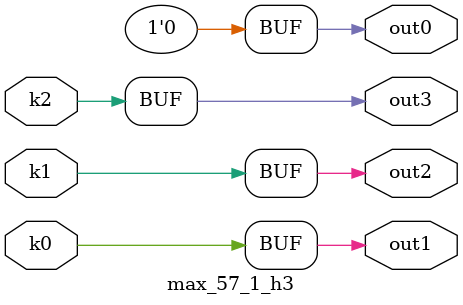
<source format=v>
module max_57_1(pi0, pi1, pi2, pi3, pi4, pi5, pi6, pi7, pi8, po0, po1, po2, po3);
input pi0, pi1, pi2, pi3, pi4, pi5, pi6, pi7, pi8;
output po0, po1, po2, po3;
wire k0, k1, k2;
max_57_1_w3 DUT1 (pi0, pi1, pi2, pi3, pi4, pi5, pi6, pi7, pi8, k0, k1, k2);
max_57_1_h3 DUT2 (k0, k1, k2, po0, po1, po2, po3);
endmodule

module max_57_1_w3(in8, in7, in6, in5, in4, in3, in2, in1, in0, k2, k1, k0);
input in8, in7, in6, in5, in4, in3, in2, in1, in0;
output k2, k1, k0;
assign k0 =   in0 ? ~in8 : ~in5;
assign k1 =   in0 ? ~in6 : ~in3;
assign k2 =   ~in1 & ((((~in8 & (~in2 | in5)) | (~in2 & in5)) & (~in6 | in3) & (~in7 | in4)) | (~in7 & in4 & (~in6 | in3)) | (~in6 & in3));
endmodule

module max_57_1_h3(k2, k1, k0, out3, out2, out1, out0);
input k2, k1, k0;
output out3, out2, out1, out0;
assign out0 = 0;
assign out1 = k0;
assign out2 = k1;
assign out3 = k2;
endmodule

</source>
